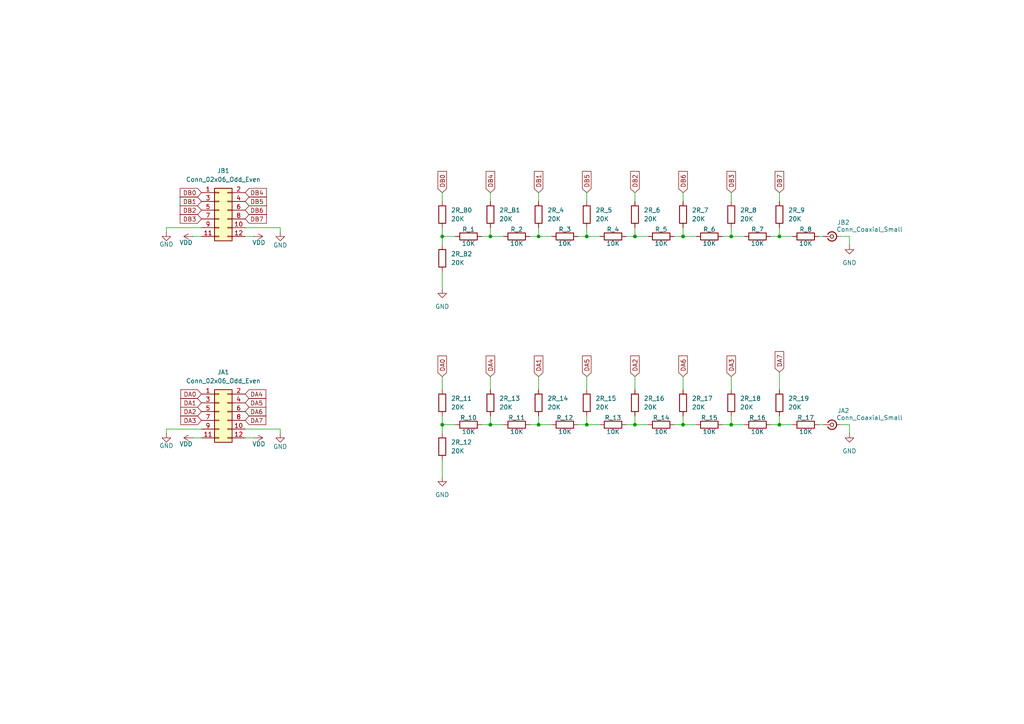
<source format=kicad_sch>
(kicad_sch (version 20250114) (generator "eeschema") (generator_version "9.0")
  (paper "A4")
  (lib_symbols
    (symbol "Connector:Conn_Coaxial_Small" (pin_numbers (hide yes)) (pin_names (offset 1.016) (hide yes))
      (property "Reference" "J" (at 0.254 3.048 0))
      (property "Value" "Conn_Coaxial_Small" (at 0 -3.81 0))
      (symbol "Conn_Coaxial_Small_0_1"
        (polyline (pts (xy -2.54 0) (xy -0.508 0)))
        (circle (center 0 0) (radius 0.508) (stroke (width 0.2032)))
      )
      (symbol "Conn_Coaxial_Small_1_1"
        (arc (start 1.3484 0.0039) (mid 0.327 -1.308) (end -1.1916 -0.6311) (stroke (width 0.3048)))
        (arc (start -1.1916 0.6311) (mid 0.327 1.3081) (end 1.3484 -0.0039) (stroke (width 0.3048)))
        (pin passive line (at -2.54 0 0) (length 1.27) (name "In") (number "1"))
        (pin passive line (at 2.54 0 180) (length 1.27) (name "Ext") (number "2"))
      )
    )
    (symbol "Connector_Generic:Conn_02x06_Odd_Even" (pin_names (offset 1.016) (hide yes))
      (property "Reference" "J" (at 1.27 7.62 0))
      (property "Value" "Conn_02x06_Odd_Even" (at 1.27 -10.16 0))
      (symbol "Conn_02x06_Odd_Even_1_1"
        (rectangle (start -1.27 6.35) (end 3.81 -8.89) (stroke (width 0.254)) (fill (type background)))
        (rectangle (start -1.27 5.207) (end 0 4.953) (stroke (width 0.1524)))
        (rectangle (start -1.27 2.667) (end 0 2.413) (stroke (width 0.1524)))
        (rectangle (start -1.27 0.127) (end 0 -0.127) (stroke (width 0.1524)))
        (rectangle (start -1.27 -2.413) (end 0 -2.667) (stroke (width 0.1524)))
        (rectangle (start -1.27 -4.953) (end 0 -5.207) (stroke (width 0.1524)))
        (rectangle (start -1.27 -7.493) (end 0 -7.747) (stroke (width 0.1524)))
        (rectangle (start 3.81 5.207) (end 2.54 4.953) (stroke (width 0.1524)))
        (rectangle (start 3.81 2.667) (end 2.54 2.413) (stroke (width 0.1524)))
        (rectangle (start 3.81 0.127) (end 2.54 -0.127) (stroke (width 0.1524)))
        (rectangle (start 3.81 -2.413) (end 2.54 -2.667) (stroke (width 0.1524)))
        (rectangle (start 3.81 -4.953) (end 2.54 -5.207) (stroke (width 0.1524)))
        (rectangle (start 3.81 -7.493) (end 2.54 -7.747) (stroke (width 0.1524)))
        (pin passive line (at -5.08 5.08 0) (length 3.81) (name "Pin_1") (number "1"))
        (pin passive line (at -5.08 2.54 0) (length 3.81) (name "Pin_3") (number "3"))
        (pin passive line (at -5.08 0 0) (length 3.81) (name "Pin_5") (number "5"))
        (pin passive line (at -5.08 -2.54 0) (length 3.81) (name "Pin_7") (number "7"))
        (pin passive line (at -5.08 -5.08 0) (length 3.81) (name "Pin_9") (number "9"))
        (pin passive line (at -5.08 -7.62 0) (length 3.81) (name "Pin_11") (number "11"))
        (pin passive line (at 7.62 5.08 180) (length 3.81) (name "Pin_2") (number "2"))
        (pin passive line (at 7.62 2.54 180) (length 3.81) (name "Pin_4") (number "4"))
        (pin passive line (at 7.62 0 180) (length 3.81) (name "Pin_6") (number "6"))
        (pin passive line (at 7.62 -2.54 180) (length 3.81) (name "Pin_8") (number "8"))
        (pin passive line (at 7.62 -5.08 180) (length 3.81) (name "Pin_10") (number "10"))
        (pin passive line (at 7.62 -7.62 180) (length 3.81) (name "Pin_12") (number "12"))
      )
    )
    (symbol "Device:R" (pin_numbers (hide yes)) (pin_names (offset 0))
      (property "Reference" "R" (at 2.032 0 90))
      (property "Value" "R" (at 0 0 90))
      (symbol "R_0_1"
        (rectangle (start -1.016 -2.54) (end 1.016 2.54) (stroke (width 0.254)))
      )
      (symbol "R_1_1"
        (pin passive line (at 0 3.81 270) (length 1.27) (name "~") (number "1"))
        (pin passive line (at 0 -3.81 90) (length 1.27) (name "~") (number "2"))
      )
    )
    (symbol "power:GND" (power) (pin_numbers (hide yes)) (pin_names (offset 0) (hide yes))
      (property "Value" "GND" (at 0 -3.81 0))
      (symbol "GND_0_1"
        (polyline (pts (xy 0 0) (xy 0 -1.27) (xy 1.27 -1.27) (xy 0 -2.54) (xy -1.27 -1.27) (xy 0 -1.27)))
      )
      (symbol "GND_1_1"
        (pin power_in line (at 0 0 270) (length 0) (name "~") (number "1"))
      )
    )
    (symbol "power:VDD" (power) (pin_numbers (hide yes)) (pin_names (offset 0) (hide yes))
      (property "Value" "VDD" (at 0 3.556 0))
      (symbol "VDD_0_1"
        (polyline (pts (xy -0.762 1.27) (xy 0 2.54)))
        (polyline (pts (xy 0 2.54) (xy 0.762 1.27)))
        (polyline (pts (xy 0 0) (xy 0 2.54)))
      )
      (symbol "VDD_1_1"
        (pin power_in line (at 0 0 90) (length 0) (name "~") (number "1"))
      )
    )
  )
  (junction (at 212.09 68.58))
  (junction (at 170.18 68.58))
  (junction (at 184.15 68.58))
  (junction (at 226.06 68.58))
  (junction (at 198.12 68.58))
  (junction (at 156.21 123.19))
  (junction (at 156.21 68.58))
  (junction (at 142.24 123.19))
  (junction (at 142.24 68.58))
  (junction (at 128.27 68.58))
  (junction (at 212.09 123.19))
  (junction (at 198.12 123.19))
  (junction (at 184.15 123.19))
  (junction (at 128.27 123.19))
  (junction (at 170.18 123.19))
  (junction (at 226.06 123.19))
  (wire (pts (xy 142.24 66.04) (xy 142.24 68.58)))
  (wire (pts (xy 128.27 120.65) (xy 128.27 123.19)))
  (wire (pts (xy 156.21 120.65) (xy 156.21 123.19)))
  (wire (pts (xy 55.88 127) (xy 58.42 127)))
  (wire (pts (xy 226.06 123.19) (xy 229.87 123.19)))
  (wire (pts (xy 212.09 66.04) (xy 212.09 68.58)))
  (wire (pts (xy 246.38 68.58) (xy 246.38 71.12)))
  (wire (pts (xy 48.26 66.04) (xy 58.42 66.04)))
  (wire (pts (xy 81.28 66.04) (xy 81.28 67.31)))
  (wire (pts (xy 156.21 55.88) (xy 156.21 58.42)))
  (wire (pts (xy 142.24 109.22) (xy 142.24 113.03)))
  (wire (pts (xy 170.18 55.88) (xy 170.18 58.42)))
  (wire (pts (xy 128.27 66.04) (xy 128.27 68.58)))
  (wire (pts (xy 212.09 109.22) (xy 212.09 113.03)))
  (wire (pts (xy 223.52 123.19) (xy 226.06 123.19)))
  (wire (pts (xy 212.09 55.88) (xy 212.09 58.42)))
  (wire (pts (xy 128.27 55.88) (xy 128.27 58.42)))
  (wire (pts (xy 128.27 123.19) (xy 128.27 125.73)))
  (wire (pts (xy 226.06 55.88) (xy 226.06 58.42)))
  (wire (pts (xy 71.12 68.58) (xy 73.66 68.58)))
  (wire (pts (xy 226.06 107.95) (xy 226.06 113.03)))
  (wire (pts (xy 243.84 123.19) (xy 246.38 123.19)))
  (wire (pts (xy 170.18 68.58) (xy 173.99 68.58)))
  (wire (pts (xy 181.61 68.58) (xy 184.15 68.58)))
  (wire (pts (xy 142.24 120.65) (xy 142.24 123.19)))
  (wire (pts (xy 170.18 123.19) (xy 173.99 123.19)))
  (wire (pts (xy 209.55 123.19) (xy 212.09 123.19)))
  (wire (pts (xy 195.58 123.19) (xy 198.12 123.19)))
  (wire (pts (xy 181.61 123.19) (xy 184.15 123.19)))
  (wire (pts (xy 170.18 66.04) (xy 170.18 68.58)))
  (wire (pts (xy 198.12 55.88) (xy 198.12 58.42)))
  (wire (pts (xy 184.15 120.65) (xy 184.15 123.19)))
  (wire (pts (xy 48.26 124.46) (xy 58.42 124.46)))
  (wire (pts (xy 237.49 123.19) (xy 238.76 123.19)))
  (wire (pts (xy 226.06 66.04) (xy 226.06 68.58)))
  (wire (pts (xy 128.27 68.58) (xy 132.08 68.58)))
  (wire (pts (xy 184.15 109.22) (xy 184.15 113.03)))
  (wire (pts (xy 128.27 133.35) (xy 128.27 138.43)))
  (wire (pts (xy 209.55 68.58) (xy 212.09 68.58)))
  (wire (pts (xy 198.12 120.65) (xy 198.12 123.19)))
  (wire (pts (xy 170.18 120.65) (xy 170.18 123.19)))
  (wire (pts (xy 184.15 123.19) (xy 187.96 123.19)))
  (wire (pts (xy 246.38 123.19) (xy 246.38 125.73)))
  (wire (pts (xy 128.27 78.74) (xy 128.27 83.82)))
  (wire (pts (xy 212.09 123.19) (xy 215.9 123.19)))
  (wire (pts (xy 128.27 68.58) (xy 128.27 71.12)))
  (wire (pts (xy 142.24 123.19) (xy 146.05 123.19)))
  (wire (pts (xy 223.52 68.58) (xy 226.06 68.58)))
  (wire (pts (xy 48.26 67.31) (xy 48.26 66.04)))
  (wire (pts (xy 153.67 123.19) (xy 156.21 123.19)))
  (wire (pts (xy 226.06 68.58) (xy 229.87 68.58)))
  (wire (pts (xy 184.15 66.04) (xy 184.15 68.58)))
  (wire (pts (xy 48.26 125.73) (xy 48.26 124.46)))
  (wire (pts (xy 212.09 120.65) (xy 212.09 123.19)))
  (wire (pts (xy 156.21 109.22) (xy 156.21 113.03)))
  (wire (pts (xy 128.27 123.19) (xy 132.08 123.19)))
  (wire (pts (xy 226.06 120.65) (xy 226.06 123.19)))
  (wire (pts (xy 128.27 109.22) (xy 128.27 113.03)))
  (wire (pts (xy 198.12 68.58) (xy 201.93 68.58)))
  (wire (pts (xy 184.15 55.88) (xy 184.15 58.42)))
  (wire (pts (xy 243.84 68.58) (xy 246.38 68.58)))
  (wire (pts (xy 184.15 68.58) (xy 187.96 68.58)))
  (wire (pts (xy 153.67 68.58) (xy 156.21 68.58)))
  (wire (pts (xy 167.64 123.19) (xy 170.18 123.19)))
  (wire (pts (xy 139.7 68.58) (xy 142.24 68.58)))
  (wire (pts (xy 156.21 66.04) (xy 156.21 68.58)))
  (wire (pts (xy 71.12 127) (xy 73.66 127)))
  (wire (pts (xy 142.24 68.58) (xy 146.05 68.58)))
  (wire (pts (xy 156.21 123.19) (xy 160.02 123.19)))
  (wire (pts (xy 212.09 68.58) (xy 215.9 68.58)))
  (wire (pts (xy 237.49 68.58) (xy 238.76 68.58)))
  (wire (pts (xy 71.12 124.46) (xy 81.28 124.46)))
  (wire (pts (xy 71.12 66.04) (xy 81.28 66.04)))
  (wire (pts (xy 198.12 123.19) (xy 201.93 123.19)))
  (wire (pts (xy 81.28 124.46) (xy 81.28 125.73)))
  (wire (pts (xy 55.88 68.58) (xy 58.42 68.58)))
  (wire (pts (xy 195.58 68.58) (xy 198.12 68.58)))
  (wire (pts (xy 198.12 66.04) (xy 198.12 68.58)))
  (wire (pts (xy 167.64 68.58) (xy 170.18 68.58)))
  (wire (pts (xy 142.24 55.88) (xy 142.24 58.42)))
  (wire (pts (xy 139.7 123.19) (xy 142.24 123.19)))
  (wire (pts (xy 170.18 109.22) (xy 170.18 113.03)))
  (wire (pts (xy 198.12 109.22) (xy 198.12 113.03)))
  (wire (pts (xy 156.21 68.58) (xy 160.02 68.58)))
  (global_label "DA7" (shape input) (at 71.12 121.92 0) (property "Intersheetrefs" "${INTERSHEET_REFS}" (effects (hide yes))))
  (global_label "DB2" (shape input) (at 184.15 55.88 90) (property "Intersheetrefs" "${INTERSHEET_REFS}" (effects (hide yes))))
  (global_label "DB0" (shape input) (at 58.42 55.88 180) (property "Intersheetrefs" "${INTERSHEET_REFS}" (effects (hide yes))))
  (global_label "DA1" (shape input) (at 156.21 109.22 90) (property "Intersheetrefs" "${INTERSHEET_REFS}" (effects (hide yes))))
  (global_label "DB6" (shape input) (at 71.12 60.96 0) (property "Intersheetrefs" "${INTERSHEET_REFS}" (effects (hide yes))))
  (global_label "DB5" (shape input) (at 170.18 55.88 90) (property "Intersheetrefs" "${INTERSHEET_REFS}" (effects (hide yes))))
  (global_label "DA2" (shape input) (at 58.42 119.38 180) (property "Intersheetrefs" "${INTERSHEET_REFS}" (effects (hide yes))))
  (global_label "DA5" (shape input) (at 71.12 116.84 0) (property "Intersheetrefs" "${INTERSHEET_REFS}" (effects (hide yes))))
  (global_label "DB1" (shape input) (at 156.21 55.88 90) (property "Intersheetrefs" "${INTERSHEET_REFS}" (effects (hide yes))))
  (global_label "DB4" (shape input) (at 142.24 55.88 90) (property "Intersheetrefs" "${INTERSHEET_REFS}" (effects (hide yes))))
  (global_label "DA0" (shape input) (at 58.42 114.3 180) (property "Intersheetrefs" "${INTERSHEET_REFS}" (effects (hide yes))))
  (global_label "DB4" (shape input) (at 71.12 55.88 0) (property "Intersheetrefs" "${INTERSHEET_REFS}" (effects (hide yes))))
  (global_label "DB1" (shape input) (at 58.42 58.42 180) (property "Intersheetrefs" "${INTERSHEET_REFS}" (effects (hide yes))))
  (global_label "DA4" (shape input) (at 142.24 109.22 90) (property "Intersheetrefs" "${INTERSHEET_REFS}" (effects (hide yes))))
  (global_label "DB7" (shape input) (at 226.06 55.88 90) (property "Intersheetrefs" "${INTERSHEET_REFS}" (effects (hide yes))))
  (global_label "DA1" (shape input) (at 58.42 116.84 180) (property "Intersheetrefs" "${INTERSHEET_REFS}" (effects (hide yes))))
  (global_label "DB3" (shape input) (at 212.09 55.88 90) (property "Intersheetrefs" "${INTERSHEET_REFS}" (effects (hide yes))))
  (global_label "DA2" (shape input) (at 184.15 109.22 90) (property "Intersheetrefs" "${INTERSHEET_REFS}" (effects (hide yes))))
  (global_label "DA4" (shape input) (at 71.12 114.3 0) (property "Intersheetrefs" "${INTERSHEET_REFS}" (effects (hide yes))))
  (global_label "DA3" (shape input) (at 58.42 121.92 180) (property "Intersheetrefs" "${INTERSHEET_REFS}" (effects (hide yes))))
  (global_label "DA0" (shape input) (at 128.27 109.22 90) (property "Intersheetrefs" "${INTERSHEET_REFS}" (effects (hide yes))))
  (global_label "DB5" (shape input) (at 71.12 58.42 0) (property "Intersheetrefs" "${INTERSHEET_REFS}" (effects (hide yes))))
  (global_label "DA3" (shape input) (at 212.09 109.22 90) (property "Intersheetrefs" "${INTERSHEET_REFS}" (effects (hide yes))))
  (global_label "DA6" (shape input) (at 198.12 109.22 90) (property "Intersheetrefs" "${INTERSHEET_REFS}" (effects (hide yes))))
  (global_label "DB0" (shape input) (at 128.27 55.88 90) (property "Intersheetrefs" "${INTERSHEET_REFS}" (effects (hide yes))))
  (global_label "DB7" (shape input) (at 71.12 63.5 0) (property "Intersheetrefs" "${INTERSHEET_REFS}" (effects (hide yes))))
  (global_label "DA7" (shape input) (at 226.06 107.95 90) (property "Intersheetrefs" "${INTERSHEET_REFS}" (effects (hide yes))))
  (global_label "DB2" (shape input) (at 58.42 60.96 180) (property "Intersheetrefs" "${INTERSHEET_REFS}" (effects (hide yes))))
  (global_label "DA5" (shape input) (at 170.18 109.22 90) (property "Intersheetrefs" "${INTERSHEET_REFS}" (effects (hide yes))))
  (global_label "DB6" (shape input) (at 198.12 55.88 90) (property "Intersheetrefs" "${INTERSHEET_REFS}" (effects (hide yes))))
  (global_label "DB3" (shape input) (at 58.42 63.5 180) (property "Intersheetrefs" "${INTERSHEET_REFS}" (effects (hide yes))))
  (global_label "DA6" (shape input) (at 71.12 119.38 0) (property "Intersheetrefs" "${INTERSHEET_REFS}" (effects (hide yes))))
  (symbol (lib_id "Device:R") (at 191.77 123.19 90) (unit 1)
    (property "Reference" "R_14" (at 191.77 121.158 90))
    (property "Value" "10K" (at 191.77 125.222 90))
    (property "Footprint" "Resistor_SMD:R_0805_2012Metric_Pad1.20x1.40mm_HandSolder" (effects (hide yes)))
    (property "Description" "Resistor" (effects (hide yes)))
  )
  (symbol (lib_id "Device:R") (at 163.83 123.19 90) (unit 1)
    (property "Reference" "R_12" (at 163.83 121.158 90))
    (property "Value" "10K" (at 163.83 125.222 90))
    (property "Footprint" "Resistor_SMD:R_0805_2012Metric_Pad1.20x1.40mm_HandSolder" (effects (hide yes)))
    (property "Description" "Resistor" (effects (hide yes)))
  )
  (symbol (lib_id "power:VDD") (at 55.88 68.58 90) (unit 1)
    (property "Reference" "#PWR08" (effects (hide yes)))
    (property "Value" "VDD" (at 55.88 70.358 90) (effects (justify left)))
    (property "Description" "Power symbol creates a global label with name \"VDD\"" (effects (hide yes)))
  )
  (symbol (lib_id "power:GND") (at 81.28 125.73 0) (unit 1)
    (property "Reference" "#PWR012" (effects (hide yes)))
    (property "Value" "GND" (at 81.28 129.54 0))
    (property "Description" "Power symbol creates a global label with name \"GND\" , ground" (effects (hide yes)))
  )
  (symbol (lib_id "power:GND") (at 246.38 125.73 0) (unit 1)
    (property "Reference" "#PWR04" (effects (hide yes)))
    (property "Value" "GND" (at 246.38 130.81 0))
    (property "Description" "Power symbol creates a global label with name \"GND\" , ground" (effects (hide yes)))
  )
  (symbol (lib_id "Device:R") (at 163.83 68.58 90) (unit 1)
    (property "Reference" "R_3" (at 163.83 66.548 90))
    (property "Value" "10K" (at 163.83 70.612 90))
    (property "Footprint" "Resistor_SMD:R_0805_2012Metric_Pad1.20x1.40mm_HandSolder" (effects (hide yes)))
    (property "Description" "Resistor" (effects (hide yes)))
  )
  (symbol (lib_id "Device:R") (at 149.86 123.19 90) (unit 1)
    (property "Reference" "R_11" (at 149.86 121.158 90))
    (property "Value" "10K" (at 149.86 125.222 90))
    (property "Footprint" "Resistor_SMD:R_0805_2012Metric_Pad1.20x1.40mm_HandSolder" (effects (hide yes)))
    (property "Description" "Resistor" (effects (hide yes)))
  )
  (symbol (lib_id "Device:R") (at 219.71 68.58 90) (unit 1)
    (property "Reference" "R_7" (at 219.71 66.548 90))
    (property "Value" "10K" (at 219.71 70.612 90))
    (property "Footprint" "Resistor_SMD:R_0805_2012Metric_Pad1.20x1.40mm_HandSolder" (effects (hide yes)))
    (property "Description" "Resistor" (effects (hide yes)))
  )
  (symbol (lib_id "Device:R") (at 135.89 123.19 90) (unit 1)
    (property "Reference" "R_10" (at 135.89 121.158 90))
    (property "Value" "10K" (at 135.89 125.222 90))
    (property "Footprint" "Resistor_SMD:R_0805_2012Metric_Pad1.20x1.40mm_HandSolder" (effects (hide yes)))
    (property "Description" "Resistor" (effects (hide yes)))
  )
  (symbol (lib_id "Device:R") (at 198.12 116.84 0) (unit 1)
    (property "Reference" "2R_17" (at 200.66 115.5699 0) (effects (justify left)))
    (property "Value" "20K" (at 200.66 118.1099 0) (effects (justify left)))
    (property "Footprint" "Resistor_SMD:R_0805_2012Metric_Pad1.20x1.40mm_HandSolder" (effects (hide yes)))
    (property "Description" "Resistor" (effects (hide yes)))
  )
  (symbol (lib_id "Device:R") (at 128.27 74.93 0) (unit 1)
    (property "Reference" "2R_B2" (at 130.81 73.6599 0) (effects (justify left)))
    (property "Value" "20K" (at 130.81 76.1999 0) (effects (justify left)))
    (property "Footprint" "Resistor_SMD:R_0805_2012Metric_Pad1.20x1.40mm_HandSolder" (effects (hide yes)))
    (property "Description" "Resistor" (effects (hide yes)))
  )
  (symbol (lib_id "power:GND") (at 128.27 83.82 0) (unit 1)
    (property "Reference" "#PWR02" (effects (hide yes)))
    (property "Value" "GND" (at 128.27 88.9 0))
    (property "Description" "Power symbol creates a global label with name \"GND\" , ground" (effects (hide yes)))
  )
  (symbol (lib_id "Connector:Conn_Coaxial_Small") (at 241.3 123.19 0) (unit 1)
    (property "Reference" "JA2" (at 244.602 119.126 0))
    (property "Value" "Conn_Coaxial_Small" (at 252.222 121.158 0))
    (property "Footprint" "Connector_Coaxial:SMA_Wurth_60312002114503_Vertical" (effects (hide yes)))
    (property "Description" "small coaxial connector (BNC, SMA, SMB, SMC, Cinch/RCA, LEMO, ...)" (effects (hide yes)))
  )
  (symbol (lib_id "Device:R") (at 128.27 116.84 0) (unit 1)
    (property "Reference" "2R_11" (at 130.81 115.5699 0) (effects (justify left)))
    (property "Value" "20K" (at 130.81 118.1099 0) (effects (justify left)))
    (property "Footprint" "Resistor_SMD:R_0805_2012Metric_Pad1.20x1.40mm_HandSolder" (effects (hide yes)))
    (property "Description" "Resistor" (effects (hide yes)))
  )
  (symbol (lib_id "Device:R") (at 184.15 116.84 0) (unit 1)
    (property "Reference" "2R_16" (at 186.69 115.5699 0) (effects (justify left)))
    (property "Value" "20K" (at 186.69 118.1099 0) (effects (justify left)))
    (property "Footprint" "Resistor_SMD:R_0805_2012Metric_Pad1.20x1.40mm_HandSolder" (effects (hide yes)))
    (property "Description" "Resistor" (effects (hide yes)))
  )
  (symbol (lib_id "Device:R") (at 233.68 123.19 90) (unit 1)
    (property "Reference" "R_17" (at 233.68 121.158 90))
    (property "Value" "10K" (at 233.68 125.222 90))
    (property "Footprint" "Resistor_SMD:R_0805_2012Metric_Pad1.20x1.40mm_HandSolder" (effects (hide yes)))
    (property "Description" "Resistor" (effects (hide yes)))
  )
  (symbol (lib_id "power:GND") (at 81.28 67.31 0) (unit 1)
    (property "Reference" "#PWR05" (effects (hide yes)))
    (property "Value" "GND" (at 81.28 71.12 0))
    (property "Description" "Power symbol creates a global label with name \"GND\" , ground" (effects (hide yes)))
  )
  (symbol (lib_id "Device:R") (at 170.18 116.84 0) (unit 1)
    (property "Reference" "2R_15" (at 172.72 115.5699 0) (effects (justify left)))
    (property "Value" "20K" (at 172.72 118.1099 0) (effects (justify left)))
    (property "Footprint" "Resistor_SMD:R_0805_2012Metric_Pad1.20x1.40mm_HandSolder" (effects (hide yes)))
    (property "Description" "Resistor" (effects (hide yes)))
  )
  (symbol (lib_id "Device:R") (at 219.71 123.19 90) (unit 1)
    (property "Reference" "R_16" (at 219.71 121.158 90))
    (property "Value" "10K" (at 219.71 125.222 90))
    (property "Footprint" "Resistor_SMD:R_0805_2012Metric_Pad1.20x1.40mm_HandSolder" (effects (hide yes)))
    (property "Description" "Resistor" (effects (hide yes)))
  )
  (symbol (lib_id "Device:R") (at 212.09 116.84 0) (unit 1)
    (property "Reference" "2R_18" (at 214.63 115.5699 0) (effects (justify left)))
    (property "Value" "20K" (at 214.63 118.1099 0) (effects (justify left)))
    (property "Footprint" "Resistor_SMD:R_0805_2012Metric_Pad1.20x1.40mm_HandSolder" (effects (hide yes)))
    (property "Description" "Resistor" (effects (hide yes)))
  )
  (symbol (lib_id "power:GND") (at 48.26 125.73 0) (unit 1)
    (property "Reference" "#PWR09" (effects (hide yes)))
    (property "Value" "GND" (at 48.26 129.286 0))
    (property "Description" "Power symbol creates a global label with name \"GND\" , ground" (effects (hide yes)))
  )
  (symbol (lib_id "Device:R") (at 212.09 62.23 0) (unit 1)
    (property "Reference" "2R_8" (at 214.63 60.9599 0) (effects (justify left)))
    (property "Value" "20K" (at 214.63 63.4999 0) (effects (justify left)))
    (property "Footprint" "Resistor_SMD:R_0805_2012Metric_Pad1.20x1.40mm_HandSolder" (effects (hide yes)))
    (property "Description" "Resistor" (effects (hide yes)))
  )
  (symbol (lib_id "power:GND") (at 128.27 138.43 0) (unit 1)
    (property "Reference" "#PWR03" (effects (hide yes)))
    (property "Value" "GND" (at 128.27 143.51 0))
    (property "Description" "Power symbol creates a global label with name \"GND\" , ground" (effects (hide yes)))
  )
  (symbol (lib_id "Device:R") (at 170.18 62.23 0) (unit 1)
    (property "Reference" "2R_5" (at 172.72 60.9599 0) (effects (justify left)))
    (property "Value" "20K" (at 172.72 63.4999 0) (effects (justify left)))
    (property "Footprint" "Resistor_SMD:R_0805_2012Metric_Pad1.20x1.40mm_HandSolder" (effects (hide yes)))
    (property "Description" "Resistor" (effects (hide yes)))
  )
  (symbol (lib_id "Device:R") (at 226.06 62.23 0) (unit 1)
    (property "Reference" "2R_9" (at 228.6 60.9599 0) (effects (justify left)))
    (property "Value" "20K" (at 228.6 63.4999 0) (effects (justify left)))
    (property "Footprint" "Resistor_SMD:R_0805_2012Metric_Pad1.20x1.40mm_HandSolder" (effects (hide yes)))
    (property "Description" "Resistor" (effects (hide yes)))
  )
  (symbol (lib_id "Device:R") (at 198.12 62.23 0) (unit 1)
    (property "Reference" "2R_7" (at 200.66 60.9599 0) (effects (justify left)))
    (property "Value" "20K" (at 200.66 63.4999 0) (effects (justify left)))
    (property "Footprint" "Resistor_SMD:R_0805_2012Metric_Pad1.20x1.40mm_HandSolder" (effects (hide yes)))
    (property "Description" "Resistor" (effects (hide yes)))
  )
  (symbol (lib_id "Connector_Generic:Conn_02x06_Odd_Even") (at 63.5 60.96 0) (unit 1)
    (property "Reference" "JB1" (at 64.77 49.53 0))
    (property "Value" "Conn_02x06_Odd_Even" (at 64.77 52.07 0))
    (property "Footprint" "Connector_PinHeader_2.54mm:PinHeader_2x06_P2.54mm_Vertical" (effects (hide yes)))
    (property "Description" "Generic connector, double row, 02x06, odd/even pin numbering scheme (row 1 odd numbers, row 2 even numbers), script generated (kicad-library-utils/schlib/autogen/connector/)" (effects (hide yes)))
  )
  (symbol (lib_id "Device:R") (at 191.77 68.58 90) (unit 1)
    (property "Reference" "R_5" (at 191.77 66.548 90))
    (property "Value" "10K" (at 191.77 70.612 90))
    (property "Footprint" "Resistor_SMD:R_0805_2012Metric_Pad1.20x1.40mm_HandSolder" (effects (hide yes)))
    (property "Description" "Resistor" (effects (hide yes)))
  )
  (symbol (lib_id "Device:R") (at 177.8 123.19 90) (unit 1)
    (property "Reference" "R_13" (at 177.8 121.158 90))
    (property "Value" "10K" (at 177.8 125.222 90))
    (property "Footprint" "Resistor_SMD:R_0805_2012Metric_Pad1.20x1.40mm_HandSolder" (effects (hide yes)))
    (property "Description" "Resistor" (effects (hide yes)))
  )
  (symbol (lib_id "Device:R") (at 142.24 116.84 0) (unit 1)
    (property "Reference" "2R_13" (at 144.78 115.5699 0) (effects (justify left)))
    (property "Value" "20K" (at 144.78 118.1099 0) (effects (justify left)))
    (property "Footprint" "Resistor_SMD:R_0805_2012Metric_Pad1.20x1.40mm_HandSolder" (effects (hide yes)))
    (property "Description" "Resistor" (effects (hide yes)))
  )
  (symbol (lib_id "power:VDD") (at 55.88 127 90) (unit 1)
    (property "Reference" "#PWR010" (effects (hide yes)))
    (property "Value" "VDD" (at 55.88 128.778 90) (effects (justify left)))
    (property "Description" "Power symbol creates a global label with name \"VDD\"" (effects (hide yes)))
  )
  (symbol (lib_id "Device:R") (at 184.15 62.23 0) (unit 1)
    (property "Reference" "2R_6" (at 186.69 60.9599 0) (effects (justify left)))
    (property "Value" "20K" (at 186.69 63.4999 0) (effects (justify left)))
    (property "Footprint" "Resistor_SMD:R_0805_2012Metric_Pad1.20x1.40mm_HandSolder" (effects (hide yes)))
    (property "Description" "Resistor" (effects (hide yes)))
  )
  (symbol (lib_id "Device:R") (at 226.06 116.84 0) (unit 1)
    (property "Reference" "2R_19" (at 228.6 115.5699 0) (effects (justify left)))
    (property "Value" "20K" (at 228.6 118.1099 0) (effects (justify left)))
    (property "Footprint" "Resistor_SMD:R_0805_2012Metric_Pad1.20x1.40mm_HandSolder" (effects (hide yes)))
    (property "Description" "Resistor" (effects (hide yes)))
  )
  (symbol (lib_id "Device:R") (at 149.86 68.58 90) (unit 1)
    (property "Reference" "R_2" (at 149.86 66.548 90))
    (property "Value" "10K" (at 149.86 70.612 90))
    (property "Footprint" "Resistor_SMD:R_0805_2012Metric_Pad1.20x1.40mm_HandSolder" (effects (hide yes)))
    (property "Description" "Resistor" (effects (hide yes)))
  )
  (symbol (lib_id "Connector:Conn_Coaxial_Small") (at 241.3 68.58 0) (unit 1)
    (property "Reference" "JB2" (at 244.602 64.516 0))
    (property "Value" "Conn_Coaxial_Small" (at 252.222 66.548 0))
    (property "Footprint" "Connector_Coaxial:SMA_Wurth_60312002114503_Vertical" (effects (hide yes)))
    (property "Description" "small coaxial connector (BNC, SMA, SMB, SMC, Cinch/RCA, LEMO, ...)" (effects (hide yes)))
  )
  (symbol (lib_id "power:GND") (at 48.26 67.31 0) (unit 1)
    (property "Reference" "#PWR06" (effects (hide yes)))
    (property "Value" "GND" (at 48.26 70.866 0))
    (property "Description" "Power symbol creates a global label with name \"GND\" , ground" (effects (hide yes)))
  )
  (symbol (lib_id "Device:R") (at 135.89 68.58 90) (unit 1)
    (property "Reference" "R_1" (at 135.89 66.548 90))
    (property "Value" "10K" (at 135.89 70.612 90))
    (property "Footprint" "Resistor_SMD:R_0805_2012Metric_Pad1.20x1.40mm_HandSolder" (effects (hide yes)))
    (property "Description" "Resistor" (effects (hide yes)))
  )
  (symbol (lib_id "Device:R") (at 128.27 129.54 0) (unit 1)
    (property "Reference" "2R_12" (at 130.81 128.2699 0) (effects (justify left)))
    (property "Value" "20K" (at 130.81 130.8099 0) (effects (justify left)))
    (property "Footprint" "Resistor_SMD:R_0805_2012Metric_Pad1.20x1.40mm_HandSolder" (effects (hide yes)))
    (property "Description" "Resistor" (effects (hide yes)))
  )
  (symbol (lib_id "Device:R") (at 177.8 68.58 90) (unit 1)
    (property "Reference" "R_4" (at 177.8 66.548 90))
    (property "Value" "10K" (at 177.8 70.612 90))
    (property "Footprint" "Resistor_SMD:R_0805_2012Metric_Pad1.20x1.40mm_HandSolder" (effects (hide yes)))
    (property "Description" "Resistor" (effects (hide yes)))
  )
  (symbol (lib_id "power:GND") (at 246.38 71.12 0) (unit 1)
    (property "Reference" "#PWR01" (effects (hide yes)))
    (property "Value" "GND" (at 246.38 76.2 0))
    (property "Description" "Power symbol creates a global label with name \"GND\" , ground" (effects (hide yes)))
  )
  (symbol (lib_id "Device:R") (at 128.27 62.23 0) (unit 1)
    (property "Reference" "2R_B0" (at 130.81 60.9599 0) (effects (justify left)))
    (property "Value" "20K" (at 130.81 63.4999 0) (effects (justify left)))
    (property "Footprint" "Resistor_SMD:R_0805_2012Metric_Pad1.20x1.40mm_HandSolder" (effects (hide yes)))
    (property "Description" "Resistor" (effects (hide yes)))
  )
  (symbol (lib_id "Device:R") (at 205.74 123.19 90) (unit 1)
    (property "Reference" "R_15" (at 205.74 121.158 90))
    (property "Value" "10K" (at 205.74 125.222 90))
    (property "Footprint" "Resistor_SMD:R_0805_2012Metric_Pad1.20x1.40mm_HandSolder" (effects (hide yes)))
    (property "Description" "Resistor" (effects (hide yes)))
  )
  (symbol (lib_id "power:VDD") (at 73.66 68.58 270) (unit 1)
    (property "Reference" "#PWR07" (effects (hide yes)))
    (property "Value" "VDD" (at 73.152 70.358 90) (effects (justify left)))
    (property "Description" "Power symbol creates a global label with name \"VDD\"" (effects (hide yes)))
  )
  (symbol (lib_id "Connector_Generic:Conn_02x06_Odd_Even") (at 63.5 119.38 0) (unit 1)
    (property "Reference" "JA1" (at 64.77 107.95 0))
    (property "Value" "Conn_02x06_Odd_Even" (at 64.77 110.49 0))
    (property "Footprint" "Connector_PinHeader_2.54mm:PinHeader_2x06_P2.54mm_Vertical" (effects (hide yes)))
    (property "Description" "Generic connector, double row, 02x06, odd/even pin numbering scheme (row 1 odd numbers, row 2 even numbers), script generated (kicad-library-utils/schlib/autogen/connector/)" (effects (hide yes)))
  )
  (symbol (lib_id "Device:R") (at 156.21 62.23 0) (unit 1)
    (property "Reference" "2R_4" (at 158.75 60.9599 0) (effects (justify left)))
    (property "Value" "20K" (at 158.75 63.4999 0) (effects (justify left)))
    (property "Footprint" "Resistor_SMD:R_0805_2012Metric_Pad1.20x1.40mm_HandSolder" (effects (hide yes)))
    (property "Description" "Resistor" (effects (hide yes)))
  )
  (symbol (lib_id "Device:R") (at 156.21 116.84 0) (unit 1)
    (property "Reference" "2R_14" (at 158.75 115.5699 0) (effects (justify left)))
    (property "Value" "20K" (at 158.75 118.1099 0) (effects (justify left)))
    (property "Footprint" "Resistor_SMD:R_0805_2012Metric_Pad1.20x1.40mm_HandSolder" (effects (hide yes)))
    (property "Description" "Resistor" (effects (hide yes)))
  )
  (symbol (lib_id "Device:R") (at 205.74 68.58 90) (unit 1)
    (property "Reference" "R_6" (at 205.74 66.548 90))
    (property "Value" "10K" (at 205.74 70.612 90))
    (property "Footprint" "Resistor_SMD:R_0805_2012Metric_Pad1.20x1.40mm_HandSolder" (effects (hide yes)))
    (property "Description" "Resistor" (effects (hide yes)))
  )
  (symbol (lib_id "Device:R") (at 233.68 68.58 90) (unit 1)
    (property "Reference" "R_8" (at 233.68 66.548 90))
    (property "Value" "10K" (at 233.68 70.612 90))
    (property "Footprint" "Resistor_SMD:R_0805_2012Metric_Pad1.20x1.40mm_HandSolder" (effects (hide yes)))
    (property "Description" "Resistor" (effects (hide yes)))
  )
  (symbol (lib_id "power:VDD") (at 73.66 127 270) (unit 1)
    (property "Reference" "#PWR011" (effects (hide yes)))
    (property "Value" "VDD" (at 73.152 128.778 90) (effects (justify left)))
    (property "Description" "Power symbol creates a global label with name \"VDD\"" (effects (hide yes)))
  )
  (symbol (lib_id "Device:R") (at 142.24 62.23 0) (unit 1)
    (property "Reference" "2R_B1" (at 144.78 60.9599 0) (effects (justify left)))
    (property "Value" "20K" (at 144.78 63.4999 0) (effects (justify left)))
    (property "Footprint" "Resistor_SMD:R_0805_2012Metric_Pad1.20x1.40mm_HandSolder" (effects (hide yes)))
    (property "Description" "Resistor" (effects (hide yes)))
  )
)
</source>
